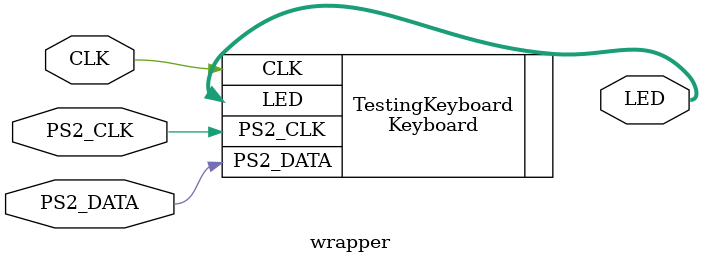
<source format=v>
`timescale 1ns / 1ps
module wrapper(
	input CLK,		//board clock signal
	input PS2_CLK,		//keyboard clock signal
	input PS2_DATA,		//keyboard data signal
	output [7:0] LED	//8 output LEDs
    );
Keyboard TestingKeyboard (
							.CLK(CLK),
							.PS2_CLK(PS2_CLK), 
							.PS2_DATA(PS2_DATA),
							.LED(LED)
							);

endmodule

</source>
